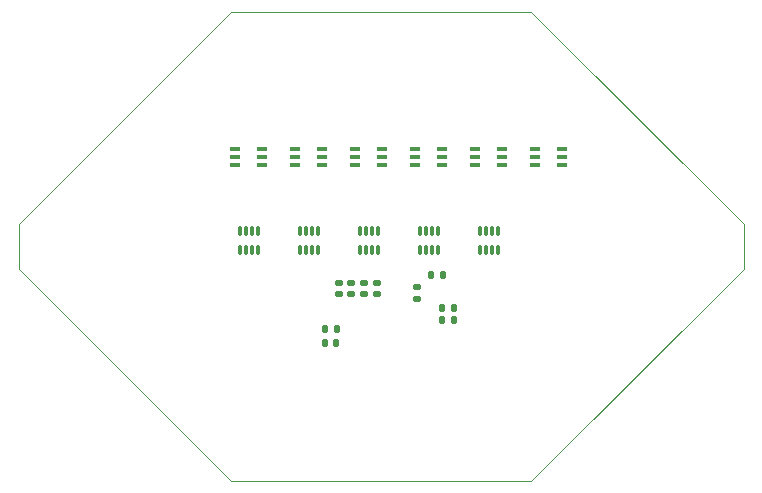
<source format=gbr>
%TF.GenerationSoftware,KiCad,Pcbnew,(7.0.0)*%
%TF.CreationDate,2023-03-06T19:23:03-05:00*%
%TF.ProjectId,cyton daisy,6379746f-6e20-4646-9169-73792e6b6963,rev?*%
%TF.SameCoordinates,Original*%
%TF.FileFunction,Paste,Bot*%
%TF.FilePolarity,Positive*%
%FSLAX46Y46*%
G04 Gerber Fmt 4.6, Leading zero omitted, Abs format (unit mm)*
G04 Created by KiCad (PCBNEW (7.0.0)) date 2023-03-06 19:23:03*
%MOMM*%
%LPD*%
G01*
G04 APERTURE LIST*
G04 Aperture macros list*
%AMRoundRect*
0 Rectangle with rounded corners*
0 $1 Rounding radius*
0 $2 $3 $4 $5 $6 $7 $8 $9 X,Y pos of 4 corners*
0 Add a 4 corners polygon primitive as box body*
4,1,4,$2,$3,$4,$5,$6,$7,$8,$9,$2,$3,0*
0 Add four circle primitives for the rounded corners*
1,1,$1+$1,$2,$3*
1,1,$1+$1,$4,$5*
1,1,$1+$1,$6,$7*
1,1,$1+$1,$8,$9*
0 Add four rect primitives between the rounded corners*
20,1,$1+$1,$2,$3,$4,$5,0*
20,1,$1+$1,$4,$5,$6,$7,0*
20,1,$1+$1,$6,$7,$8,$9,0*
20,1,$1+$1,$8,$9,$2,$3,0*%
G04 Aperture macros list end*
%ADD10RoundRect,0.140000X0.170000X-0.140000X0.170000X0.140000X-0.170000X0.140000X-0.170000X-0.140000X0*%
%ADD11RoundRect,0.140000X0.140000X0.170000X-0.140000X0.170000X-0.140000X-0.170000X0.140000X-0.170000X0*%
%ADD12RoundRect,0.140000X-0.170000X0.140000X-0.170000X-0.140000X0.170000X-0.140000X0.170000X0.140000X0*%
%ADD13RoundRect,0.010500X0.094500X-0.374500X0.094500X0.374500X-0.094500X0.374500X-0.094500X-0.374500X0*%
%ADD14RoundRect,0.010500X-0.094500X0.374500X-0.094500X-0.374500X0.094500X-0.374500X0.094500X0.374500X0*%
%ADD15R,0.850900X0.355600*%
%ADD16RoundRect,0.135000X-0.135000X-0.185000X0.135000X-0.185000X0.135000X0.185000X-0.135000X0.185000X0*%
%ADD17RoundRect,0.140000X-0.140000X-0.170000X0.140000X-0.170000X0.140000X0.170000X-0.140000X0.170000X0*%
%TA.AperFunction,Profile*%
%ADD18C,0.101600*%
%TD*%
G04 APERTURE END LIST*
D10*
%TO.C,C27*%
X142697200Y-100505200D03*
X142697200Y-99545200D03*
%TD*%
D11*
%TO.C,C26*%
X145818800Y-102260400D03*
X144858800Y-102260400D03*
%TD*%
D12*
%TO.C,C25*%
X136093200Y-99136200D03*
X136093200Y-100096200D03*
%TD*%
D13*
%TO.C,C5*%
X149543200Y-96405600D03*
X149043200Y-96405600D03*
X148543200Y-96405600D03*
X148043200Y-96405600D03*
D14*
X148043200Y-94805600D03*
X148543200Y-94805600D03*
X149043200Y-94805600D03*
X149543200Y-94805600D03*
%TD*%
D13*
%TO.C,C4*%
X144463200Y-96405600D03*
X143963200Y-96405600D03*
X143463200Y-96405600D03*
X142963200Y-96405600D03*
D14*
X142963200Y-94805600D03*
X143463200Y-94805600D03*
X143963200Y-94805600D03*
X144463200Y-94805600D03*
%TD*%
D12*
%TO.C,C20*%
X138252200Y-99136200D03*
X138252200Y-100096200D03*
%TD*%
D15*
%TO.C,D4*%
X144849849Y-87843600D03*
X144849849Y-88493599D03*
X144849849Y-89143598D03*
X142576549Y-89143598D03*
X142576549Y-88493599D03*
X142576549Y-87843600D03*
%TD*%
D16*
%TO.C,R13*%
X143889000Y-98501200D03*
X144909000Y-98501200D03*
%TD*%
D15*
%TO.C,D6*%
X155009849Y-87843600D03*
X155009849Y-88493599D03*
X155009849Y-89143598D03*
X152736549Y-89143598D03*
X152736549Y-88493599D03*
X152736549Y-87843600D03*
%TD*%
D13*
%TO.C,C1*%
X129223200Y-96405600D03*
X128723200Y-96405600D03*
X128223200Y-96405600D03*
X127723200Y-96405600D03*
D14*
X127723200Y-94805600D03*
X128223200Y-94805600D03*
X128723200Y-94805600D03*
X129223200Y-94805600D03*
%TD*%
D17*
%TO.C,C9*%
X134902000Y-104244200D03*
X135862000Y-104244200D03*
%TD*%
D15*
%TO.C,D3*%
X139769849Y-87843600D03*
X139769849Y-88493599D03*
X139769849Y-89143598D03*
X137496549Y-89143598D03*
X137496549Y-88493599D03*
X137496549Y-87843600D03*
%TD*%
D12*
%TO.C,C23*%
X137160000Y-99136200D03*
X137160000Y-100096200D03*
%TD*%
D13*
%TO.C,C3*%
X139383200Y-96391300D03*
X138883200Y-96391300D03*
X138383200Y-96391300D03*
X137883200Y-96391300D03*
D14*
X137883200Y-94791300D03*
X138383200Y-94791300D03*
X138883200Y-94791300D03*
X139383200Y-94791300D03*
%TD*%
D11*
%TO.C,C24*%
X145818800Y-101244400D03*
X144858800Y-101244400D03*
%TD*%
D15*
%TO.C,D1*%
X129609849Y-87843600D03*
X129609849Y-88493599D03*
X129609849Y-89143598D03*
X127336549Y-89143598D03*
X127336549Y-88493599D03*
X127336549Y-87843600D03*
%TD*%
D13*
%TO.C,C2*%
X134303200Y-96380200D03*
X133803200Y-96380200D03*
X133303200Y-96380200D03*
X132803200Y-96380200D03*
D14*
X132803200Y-94780200D03*
X133303200Y-94780200D03*
X133803200Y-94780200D03*
X134303200Y-94780200D03*
%TD*%
D12*
%TO.C,C22*%
X139344400Y-99136200D03*
X139344400Y-100096200D03*
%TD*%
D15*
%TO.C,D2*%
X134689849Y-87843600D03*
X134689849Y-88493599D03*
X134689849Y-89143598D03*
X132416549Y-89143598D03*
X132416549Y-88493599D03*
X132416549Y-87843600D03*
%TD*%
D17*
%TO.C,C7*%
X134952800Y-103047800D03*
X135912800Y-103047800D03*
%TD*%
D15*
%TO.C,D5*%
X149929849Y-87843600D03*
X149929849Y-88493599D03*
X149929849Y-89143598D03*
X147656549Y-89143598D03*
X147656549Y-88493599D03*
X147656549Y-87843600D03*
%TD*%
D18*
X170357800Y-94183200D02*
X170357800Y-97942400D01*
X152374600Y-115900200D01*
X126974600Y-115900200D01*
X108991400Y-97942400D01*
X108991400Y-94208600D01*
X126974600Y-76225400D01*
X152400000Y-76225400D01*
X170357800Y-94183200D01*
M02*

</source>
